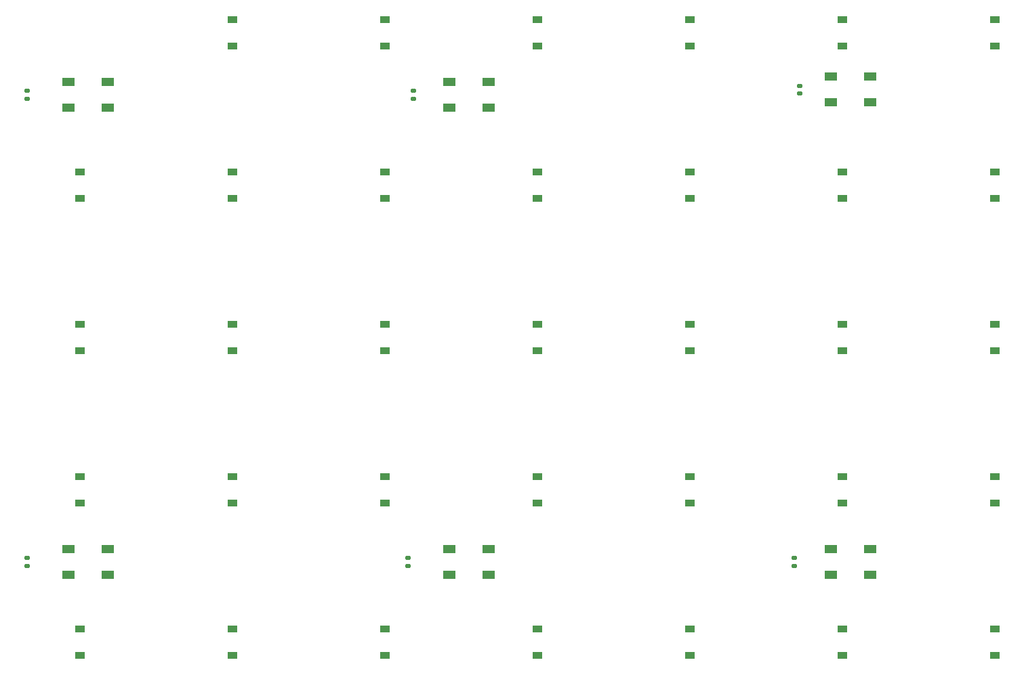
<source format=gbp>
%TF.GenerationSoftware,KiCad,Pcbnew,(6.0.1)*%
%TF.CreationDate,2022-04-05T18:42:57+02:00*%
%TF.ProjectId,Keyboard Left Hand Side,4b657962-6f61-4726-9420-4c6566742048,rev?*%
%TF.SameCoordinates,Original*%
%TF.FileFunction,Paste,Bot*%
%TF.FilePolarity,Positive*%
%FSLAX46Y46*%
G04 Gerber Fmt 4.6, Leading zero omitted, Abs format (unit mm)*
G04 Created by KiCad (PCBNEW (6.0.1)) date 2022-04-05 18:42:57*
%MOMM*%
%LPD*%
G01*
G04 APERTURE LIST*
G04 Aperture macros list*
%AMRoundRect*
0 Rectangle with rounded corners*
0 $1 Rounding radius*
0 $2 $3 $4 $5 $6 $7 $8 $9 X,Y pos of 4 corners*
0 Add a 4 corners polygon primitive as box body*
4,1,4,$2,$3,$4,$5,$6,$7,$8,$9,$2,$3,0*
0 Add four circle primitives for the rounded corners*
1,1,$1+$1,$2,$3*
1,1,$1+$1,$4,$5*
1,1,$1+$1,$6,$7*
1,1,$1+$1,$8,$9*
0 Add four rect primitives between the rounded corners*
20,1,$1+$1,$2,$3,$4,$5,0*
20,1,$1+$1,$4,$5,$6,$7,0*
20,1,$1+$1,$6,$7,$8,$9,0*
20,1,$1+$1,$8,$9,$2,$3,0*%
G04 Aperture macros list end*
%ADD10RoundRect,0.140000X-0.170000X0.140000X-0.170000X-0.140000X0.170000X-0.140000X0.170000X0.140000X0*%
%ADD11R,1.200000X0.900000*%
%ADD12R,1.500000X1.000000*%
G04 APERTURE END LIST*
D10*
X149860000Y-58575000D03*
X149860000Y-59535000D03*
X53340000Y-59210000D03*
X53340000Y-60170000D03*
X101600000Y-59210000D03*
X101600000Y-60170000D03*
D11*
X174260000Y-129800000D03*
X174260000Y-126500000D03*
X59960000Y-91685000D03*
X59960000Y-88385000D03*
D12*
X106135000Y-61290000D03*
X106135000Y-58090000D03*
X111035000Y-58090000D03*
X111035000Y-61290000D03*
D11*
X155210000Y-53585000D03*
X155210000Y-50285000D03*
X174250000Y-91670000D03*
X174250000Y-88370000D03*
X98060000Y-110735000D03*
X98060000Y-107435000D03*
X117110000Y-53585000D03*
X117110000Y-50285000D03*
X155210000Y-110735000D03*
X155210000Y-107435000D03*
X59960000Y-72640000D03*
X59960000Y-69340000D03*
X117110000Y-91685000D03*
X117110000Y-88385000D03*
X98080000Y-72640000D03*
X98080000Y-69340000D03*
D12*
X153760000Y-60655000D03*
X153760000Y-57455000D03*
X158660000Y-57455000D03*
X158660000Y-60655000D03*
D11*
X59960000Y-129785000D03*
X59960000Y-126485000D03*
X117110000Y-72635000D03*
X117110000Y-69335000D03*
D12*
X111035000Y-116510000D03*
X111035000Y-119710000D03*
X106135000Y-119710000D03*
X106135000Y-116510000D03*
D11*
X155220000Y-129790000D03*
X155220000Y-126490000D03*
X136160000Y-72635000D03*
X136160000Y-69335000D03*
X79010000Y-91685000D03*
X79010000Y-88385000D03*
X136160000Y-129790000D03*
X136160000Y-126490000D03*
X136160000Y-91685000D03*
X136160000Y-88385000D03*
X59960000Y-110735000D03*
X59960000Y-107435000D03*
X98050000Y-53590000D03*
X98050000Y-50290000D03*
X79010000Y-129785000D03*
X79010000Y-126485000D03*
X79010000Y-53585000D03*
X79010000Y-50285000D03*
D10*
X149225000Y-117630000D03*
X149225000Y-118590000D03*
D12*
X63410000Y-116510000D03*
X63410000Y-119710000D03*
X58510000Y-119710000D03*
X58510000Y-116510000D03*
D11*
X79010000Y-72635000D03*
X79010000Y-69335000D03*
X136160000Y-110735000D03*
X136160000Y-107435000D03*
X98060000Y-91670000D03*
X98060000Y-88370000D03*
X155210000Y-91690000D03*
X155210000Y-88390000D03*
X174250000Y-110740000D03*
X174250000Y-107440000D03*
X136160000Y-53585000D03*
X136160000Y-50285000D03*
D12*
X158660000Y-116510000D03*
X158660000Y-119710000D03*
X153760000Y-119710000D03*
X153760000Y-116510000D03*
D11*
X174270000Y-72640000D03*
X174270000Y-69340000D03*
D10*
X100965000Y-117630000D03*
X100965000Y-118590000D03*
D12*
X58510000Y-61290000D03*
X58510000Y-58090000D03*
X63410000Y-58090000D03*
X63410000Y-61290000D03*
D11*
X117110000Y-110735000D03*
X117110000Y-107435000D03*
X174260000Y-53585000D03*
X174260000Y-50285000D03*
X155210000Y-72635000D03*
X155210000Y-69335000D03*
D10*
X53340000Y-117630000D03*
X53340000Y-118590000D03*
D11*
X79010000Y-110735000D03*
X79010000Y-107435000D03*
X98060000Y-129785000D03*
X98060000Y-126485000D03*
X117110000Y-129785000D03*
X117110000Y-126485000D03*
M02*

</source>
